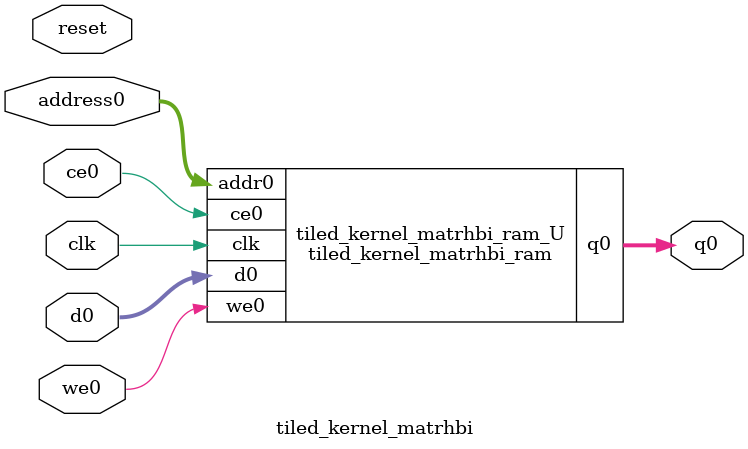
<source format=v>

`timescale 1 ns / 1 ps
module tiled_kernel_matrhbi_ram (addr0, ce0, d0, we0, q0,  clk);

parameter DWIDTH = 32;
parameter AWIDTH = 12;
parameter MEM_SIZE = 2500;

input[AWIDTH-1:0] addr0;
input ce0;
input[DWIDTH-1:0] d0;
input we0;
output reg[DWIDTH-1:0] q0;
input clk;

(* ram_style = "block" *)reg [DWIDTH-1:0] ram[0:MEM_SIZE-1];




always @(posedge clk)  
begin 
    if (ce0) 
    begin
        if (we0) 
        begin 
            ram[addr0] <= d0; 
            q0 <= d0;
        end 
        else 
            q0 <= ram[addr0];
    end
end


endmodule


`timescale 1 ns / 1 ps
module tiled_kernel_matrhbi(
    reset,
    clk,
    address0,
    ce0,
    we0,
    d0,
    q0);

parameter DataWidth = 32'd32;
parameter AddressRange = 32'd2500;
parameter AddressWidth = 32'd12;
input reset;
input clk;
input[AddressWidth - 1:0] address0;
input ce0;
input we0;
input[DataWidth - 1:0] d0;
output[DataWidth - 1:0] q0;



tiled_kernel_matrhbi_ram tiled_kernel_matrhbi_ram_U(
    .clk( clk ),
    .addr0( address0 ),
    .ce0( ce0 ),
    .we0( we0 ),
    .d0( d0 ),
    .q0( q0 ));

endmodule


</source>
